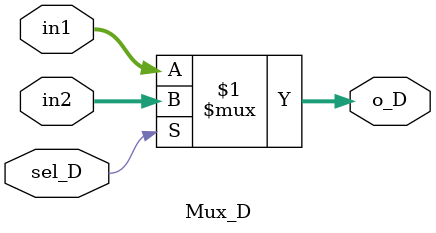
<source format=v>
`timescale 1ns / 1ps



module Mux_D
#(parameter WID = 8)
(in1 , in2 , o_D  , sel_D  );
  
 input sel_D ;
 input [WID-1:0] in1 , in2 ; 
 output[WID-1:0] o_D ;  
 
 assign o_D = sel_D ? in2 :in1 ;
 
endmodule


</source>
